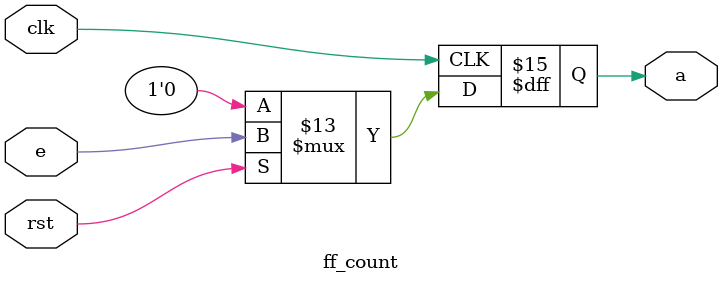
<source format=v>
module ff_count(input clk,rst,e,output reg a);
reg b , c, d;
always@(posedge clk)
begin 
	if(!rst)
	begin
		a = 0; b = 0; c = 0; d = 0;
		// a <= 0; b <= 0; c <=0; d<=0;
	end
	else
	begin
		b=e;c=b;d=c;a=d;// Shift register logic
		// a=d;d=c;c=b;b=e;
		// b<=e;c<=b;d<=c;a<=d
		// a<=d;d<=c;c<=b;b<=e
	end
end
endmodule

</source>
